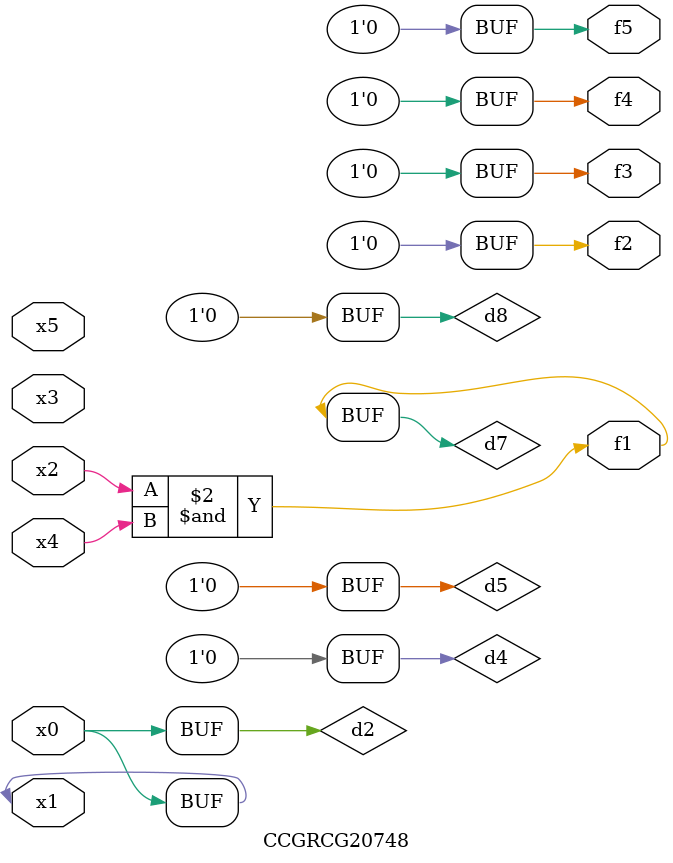
<source format=v>
module CCGRCG20748(
	input x0, x1, x2, x3, x4, x5,
	output f1, f2, f3, f4, f5
);

	wire d1, d2, d3, d4, d5, d6, d7, d8, d9;

	nand (d1, x1);
	buf (d2, x0, x1);
	nand (d3, x2, x4);
	and (d4, d1, d2);
	and (d5, d1, d2);
	nand (d6, d1, d3);
	not (d7, d3);
	xor (d8, d5);
	nor (d9, d5, d6);
	assign f1 = d7;
	assign f2 = d8;
	assign f3 = d8;
	assign f4 = d8;
	assign f5 = d8;
endmodule

</source>
